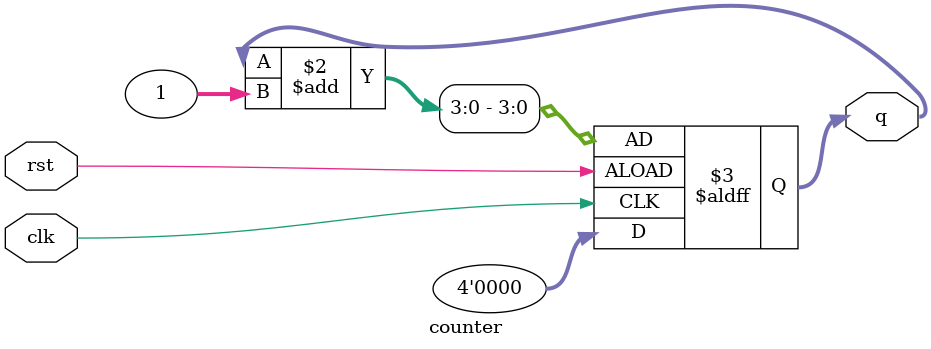
<source format=v>
module counter( input clk, rst,
                output reg [3:0] q);
//  integer count = 0;

  always @(posedge clk or negedge rst)
  begin
    if (rst)
      q = 4'b0;
    else
      q = q + 1;
  end
endmodule

</source>
